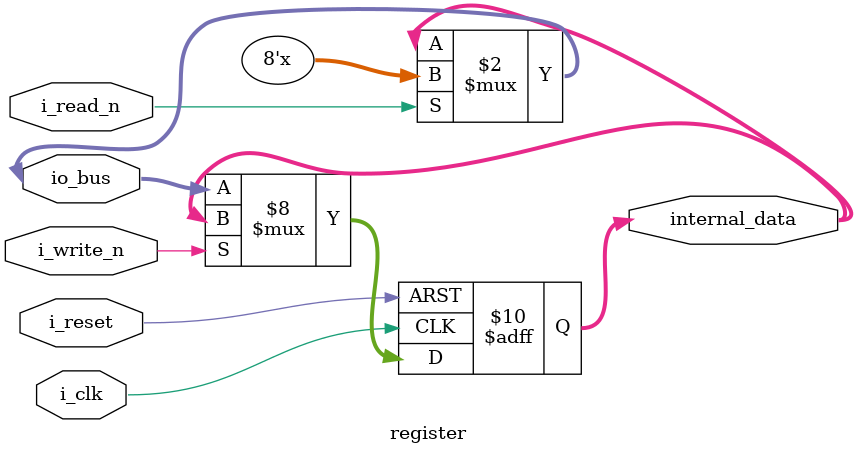
<source format=v>

module register
(
  // Control signals
  input wire i_clk,
  input wire i_reset,
  input wire i_read_n,
  input wire i_write_n,

  // Inputs & Outputs
  inout wire [7:0] io_bus,
  output reg [7:0] internal_data
);

  assign io_bus = (i_read_n == 1'b0) ? internal_data : 8'bZZZZZZZZ;
  
  initial internal_data = 8'b00000000;

  always @(posedge i_clk or posedge i_reset) begin
    if (i_reset == 1'b1) begin
      internal_data = 8'b00000000;
    end else begin
      if (i_write_n == 1'b0) begin
        internal_data = io_bus;
      end
    end
  end
endmodule
</source>
